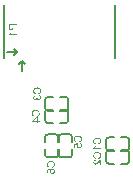
<source format=gbo>
G04*
G04 #@! TF.GenerationSoftware,Altium Limited,Altium Designer,22.2.1 (43)*
G04*
G04 Layer_Color=32896*
%FSLAX25Y25*%
%MOIN*%
G70*
G04*
G04 #@! TF.SameCoordinates,F257658A-247B-4475-9E09-9EFA5F1A57C6*
G04*
G04*
G04 #@! TF.FilePolarity,Positive*
G04*
G01*
G75*
%ADD10C,0.00787*%
%ADD26C,0.00500*%
G36*
X19135Y69268D02*
X18094D01*
Y68563D01*
X18092Y68515D01*
X18088Y68469D01*
X18084Y68424D01*
X18079Y68382D01*
X18073Y68341D01*
X18058Y68265D01*
X18042Y68199D01*
X18022Y68136D01*
X18001Y68082D01*
X17981Y68034D01*
X17961Y67991D01*
X17940Y67956D01*
X17920Y67927D01*
X17903Y67902D01*
X17888Y67884D01*
X17877Y67871D01*
X17870Y67864D01*
X17868Y67862D01*
X17825Y67825D01*
X17779Y67793D01*
X17733Y67766D01*
X17687Y67742D01*
X17640Y67721D01*
X17594Y67704D01*
X17550Y67690D01*
X17507Y67679D01*
X17468Y67669D01*
X17431Y67664D01*
X17400Y67658D01*
X17370Y67656D01*
X17348Y67655D01*
X17332Y67653D01*
X17320D01*
X17317D01*
X17246Y67656D01*
X17182Y67666D01*
X17150Y67671D01*
X17122Y67677D01*
X17095Y67684D01*
X17071Y67692D01*
X17048Y67699D01*
X17028Y67706D01*
X17010Y67712D01*
X16995Y67717D01*
X16984Y67723D01*
X16974Y67727D01*
X16969Y67729D01*
X16967Y67730D01*
X16912Y67762D01*
X16862Y67795D01*
X16819Y67830D01*
X16801Y67847D01*
X16784Y67862D01*
X16769Y67877D01*
X16756Y67891D01*
X16745Y67904D01*
X16738Y67915D01*
X16730Y67923D01*
X16725Y67930D01*
X16723Y67934D01*
X16721Y67936D01*
X16690Y67986D01*
X16666Y68039D01*
X16643Y68091D01*
X16627Y68141D01*
X16621Y68165D01*
X16615Y68186D01*
X16610Y68204D01*
X16606Y68221D01*
X16604Y68234D01*
X16603Y68243D01*
X16601Y68250D01*
Y68252D01*
X16597Y68278D01*
X16591Y68308D01*
X16586Y68370D01*
X16580Y68435D01*
X16578Y68498D01*
X16577Y68528D01*
Y68554D01*
X16575Y68580D01*
Y69606D01*
X19135D01*
Y69268D01*
D02*
G37*
G36*
X17491Y67053D02*
X17465Y66996D01*
X17439Y66940D01*
X17413Y66889D01*
X17400Y66866D01*
X17389Y66844D01*
X17378Y66826D01*
X17368Y66811D01*
X17363Y66798D01*
X17357Y66787D01*
X17354Y66781D01*
X17352Y66780D01*
X17311Y66713D01*
X17291Y66683D01*
X17272Y66654D01*
X17252Y66628D01*
X17235Y66604D01*
X17217Y66582D01*
X17202Y66559D01*
X17187Y66543D01*
X17174Y66526D01*
X17161Y66511D01*
X17152Y66500D01*
X17145Y66491D01*
X17139Y66485D01*
X17135Y66482D01*
X17133Y66480D01*
X19135D01*
Y66165D01*
X16566D01*
Y66369D01*
X16597Y66386D01*
X16628Y66404D01*
X16690Y66447D01*
X16747Y66493D01*
X16775Y66517D01*
X16801Y66539D01*
X16823Y66561D01*
X16845Y66582D01*
X16863Y66600D01*
X16880Y66617D01*
X16893Y66630D01*
X16902Y66639D01*
X16908Y66646D01*
X16910Y66648D01*
X16973Y66724D01*
X17030Y66804D01*
X17082Y66881D01*
X17104Y66918D01*
X17126Y66953D01*
X17145Y66985D01*
X17161Y67014D01*
X17176Y67042D01*
X17187Y67064D01*
X17196Y67083D01*
X17204Y67098D01*
X17208Y67105D01*
X17209Y67109D01*
X17513D01*
X17491Y67053D01*
D02*
G37*
G36*
X30640Y24081D02*
X30707Y24078D01*
X30771Y24070D01*
X30832Y24063D01*
X30894Y24052D01*
X30949Y24041D01*
X31003Y24028D01*
X31053Y24015D01*
X31097Y24004D01*
X31138Y23991D01*
X31173Y23980D01*
X31203Y23969D01*
X31227Y23961D01*
X31243Y23954D01*
X31254Y23950D01*
X31256Y23948D01*
X31258D01*
X31315Y23922D01*
X31371Y23893D01*
X31421Y23861D01*
X31469Y23830D01*
X31512Y23797D01*
X31552Y23763D01*
X31587Y23732D01*
X31621Y23700D01*
X31650Y23671D01*
X31674Y23643D01*
X31697Y23619D01*
X31713Y23597D01*
X31726Y23578D01*
X31737Y23565D01*
X31743Y23558D01*
X31745Y23554D01*
X31774Y23504D01*
X31800Y23451D01*
X31822Y23395D01*
X31843Y23340D01*
X31857Y23284D01*
X31872Y23227D01*
X31883Y23173D01*
X31893Y23119D01*
X31898Y23071D01*
X31904Y23025D01*
X31907Y22984D01*
X31911Y22949D01*
Y22921D01*
X31913Y22908D01*
Y22881D01*
X31911Y22807D01*
X31904Y22737D01*
X31893Y22670D01*
X31880Y22605D01*
X31863Y22546D01*
X31844Y22490D01*
X31824Y22439D01*
X31804Y22392D01*
X31783Y22350D01*
X31763Y22313D01*
X31745Y22279D01*
X31728Y22254D01*
X31715Y22231D01*
X31704Y22217D01*
X31697Y22207D01*
X31695Y22204D01*
X31650Y22154D01*
X31604Y22107D01*
X31554Y22065D01*
X31502Y22026D01*
X31449Y21991D01*
X31397Y21960D01*
X31345Y21932D01*
X31293Y21908D01*
X31245Y21885D01*
X31201Y21867D01*
X31162Y21852D01*
X31127Y21839D01*
X31099Y21830D01*
X31086Y21826D01*
X31077Y21824D01*
X31069Y21823D01*
X31064Y21821D01*
X31060Y21819D01*
X31058D01*
X30973Y22157D01*
X31032Y22172D01*
X31086Y22189D01*
X31138Y22207D01*
X31184Y22230D01*
X31228Y22250D01*
X31269Y22274D01*
X31304Y22296D01*
X31338Y22318D01*
X31365Y22339D01*
X31391Y22359D01*
X31412Y22378D01*
X31428Y22394D01*
X31443Y22407D01*
X31452Y22416D01*
X31458Y22424D01*
X31460Y22426D01*
X31488Y22465D01*
X31513Y22503D01*
X31536Y22544D01*
X31554Y22585D01*
X31569Y22625D01*
X31582Y22666D01*
X31593Y22705D01*
X31602Y22742D01*
X31610Y22775D01*
X31613Y22809D01*
X31617Y22836D01*
X31621Y22860D01*
Y22881D01*
X31622Y22896D01*
Y22908D01*
X31621Y22951D01*
X31617Y22994D01*
X31611Y23034D01*
X31604Y23075D01*
X31595Y23112D01*
X31584Y23149D01*
X31574Y23182D01*
X31561Y23214D01*
X31550Y23242D01*
X31541Y23267D01*
X31530Y23290D01*
X31521Y23308D01*
X31513Y23323D01*
X31508Y23334D01*
X31504Y23341D01*
X31502Y23343D01*
X31478Y23380D01*
X31452Y23414D01*
X31424Y23445D01*
X31395Y23475D01*
X31365Y23501D01*
X31334Y23525D01*
X31304Y23547D01*
X31277Y23567D01*
X31249Y23584D01*
X31223Y23599D01*
X31199Y23611D01*
X31179Y23621D01*
X31162Y23630D01*
X31151Y23636D01*
X31141Y23637D01*
X31140Y23639D01*
X31093Y23656D01*
X31045Y23671D01*
X30997Y23684D01*
X30947Y23693D01*
X30853Y23711D01*
X30807Y23717D01*
X30762Y23722D01*
X30723Y23726D01*
X30686Y23728D01*
X30653Y23730D01*
X30625Y23732D01*
X30601Y23734D01*
X30585D01*
X30574D01*
X30570D01*
X30522Y23732D01*
X30476Y23730D01*
X30387Y23721D01*
X30344Y23715D01*
X30303Y23708D01*
X30265Y23700D01*
X30229Y23693D01*
X30196Y23686D01*
X30167Y23680D01*
X30141Y23673D01*
X30119Y23667D01*
X30102Y23662D01*
X30089Y23658D01*
X30080Y23654D01*
X30078D01*
X30033Y23637D01*
X29993Y23619D01*
X29954Y23599D01*
X29919Y23576D01*
X29884Y23554D01*
X29852Y23532D01*
X29824Y23508D01*
X29798Y23486D01*
X29776Y23463D01*
X29756Y23443D01*
X29739Y23425D01*
X29724Y23408D01*
X29713Y23395D01*
X29704Y23386D01*
X29700Y23378D01*
X29699Y23377D01*
X29673Y23338D01*
X29652Y23297D01*
X29632Y23256D01*
X29615Y23216D01*
X29602Y23173D01*
X29591Y23132D01*
X29582Y23094D01*
X29574Y23055D01*
X29567Y23020D01*
X29564Y22986D01*
X29560Y22957D01*
X29558Y22931D01*
X29556Y22910D01*
Y22883D01*
X29558Y22835D01*
X29562Y22790D01*
X29567Y22748D01*
X29576Y22707D01*
X29586Y22670D01*
X29597Y22635D01*
X29608Y22603D01*
X29619Y22574D01*
X29632Y22548D01*
X29643Y22524D01*
X29654Y22503D01*
X29663Y22487D01*
X29673Y22474D01*
X29678Y22465D01*
X29682Y22459D01*
X29684Y22457D01*
X29710Y22426D01*
X29737Y22396D01*
X29769Y22370D01*
X29800Y22344D01*
X29835Y22320D01*
X29869Y22300D01*
X29902Y22279D01*
X29935Y22263D01*
X29967Y22248D01*
X29996Y22233D01*
X30022Y22222D01*
X30044Y22213D01*
X30065Y22206D01*
X30078Y22200D01*
X30087Y22198D01*
X30091Y22196D01*
X30013Y21863D01*
X29948Y21884D01*
X29887Y21910D01*
X29830Y21935D01*
X29776Y21965D01*
X29728Y21995D01*
X29682Y22024D01*
X29641Y22056D01*
X29604Y22085D01*
X29571Y22115D01*
X29543Y22141D01*
X29517Y22165D01*
X29499Y22187D01*
X29482Y22204D01*
X29471Y22219D01*
X29463Y22226D01*
X29462Y22230D01*
X29427Y22279D01*
X29397Y22331D01*
X29371Y22387D01*
X29349Y22441D01*
X29329Y22494D01*
X29314Y22548D01*
X29301Y22600D01*
X29290Y22649D01*
X29282Y22698D01*
X29277Y22740D01*
X29271Y22777D01*
X29269Y22810D01*
X29267Y22838D01*
X29266Y22849D01*
Y22875D01*
X29267Y22938D01*
X29273Y22999D01*
X29280Y23058D01*
X29290Y23116D01*
X29301Y23169D01*
X29316Y23221D01*
X29329Y23269D01*
X29343Y23314D01*
X29358Y23352D01*
X29371Y23390D01*
X29384Y23421D01*
X29397Y23447D01*
X29406Y23469D01*
X29414Y23484D01*
X29419Y23493D01*
X29421Y23497D01*
X29452Y23549D01*
X29486Y23597D01*
X29521Y23641D01*
X29558Y23684D01*
X29595Y23722D01*
X29632Y23758D01*
X29671Y23791D01*
X29706Y23819D01*
X29739Y23845D01*
X29772Y23869D01*
X29800Y23887D01*
X29824Y23904D01*
X29847Y23915D01*
X29861Y23924D01*
X29871Y23930D01*
X29874Y23932D01*
X29932Y23957D01*
X29989Y23981D01*
X30048Y24002D01*
X30107Y24018D01*
X30167Y24033D01*
X30226Y24046D01*
X30281Y24056D01*
X30333Y24065D01*
X30383Y24070D01*
X30429Y24076D01*
X30470Y24078D01*
X30505Y24081D01*
X30533D01*
X30544Y24083D01*
X30553D01*
X30561D01*
X30566D01*
X30570D01*
X30572D01*
X30640Y24081D01*
D02*
G37*
G36*
X30794Y21540D02*
X30849Y21538D01*
X30905Y21532D01*
X30957Y21527D01*
X31007Y21521D01*
X31055Y21514D01*
X31101Y21504D01*
X31145Y21495D01*
X31188Y21486D01*
X31227Y21475D01*
X31265Y21465D01*
X31301Y21454D01*
X31336Y21441D01*
X31367Y21430D01*
X31397Y21419D01*
X31424Y21408D01*
X31452Y21395D01*
X31476Y21384D01*
X31499Y21373D01*
X31519Y21364D01*
X31537Y21353D01*
X31569Y21334D01*
X31593Y21317D01*
X31611Y21306D01*
X31621Y21297D01*
X31624Y21295D01*
X31674Y21247D01*
X31719Y21197D01*
X31758Y21144D01*
X31791Y21090D01*
X31819Y21036D01*
X31843Y20985D01*
X31861Y20933D01*
X31876Y20883D01*
X31889Y20835D01*
X31898Y20792D01*
X31904Y20753D01*
X31909Y20720D01*
X31911Y20692D01*
Y20681D01*
X31913Y20672D01*
Y20655D01*
X31911Y20613D01*
X31907Y20570D01*
X31904Y20531D01*
X31896Y20492D01*
X31887Y20457D01*
X31878Y20422D01*
X31868Y20391D01*
X31857Y20363D01*
X31848Y20335D01*
X31839Y20313D01*
X31830Y20293D01*
X31820Y20274D01*
X31813Y20261D01*
X31809Y20250D01*
X31806Y20245D01*
X31804Y20243D01*
X31782Y20209D01*
X31759Y20178D01*
X31734Y20148D01*
X31708Y20122D01*
X31682Y20097D01*
X31656Y20073D01*
X31630Y20052D01*
X31604Y20032D01*
X31580Y20015D01*
X31560Y20000D01*
X31539Y19987D01*
X31521Y19976D01*
X31508Y19969D01*
X31497Y19963D01*
X31489Y19960D01*
X31488Y19958D01*
X31449Y19939D01*
X31408Y19923D01*
X31369Y19910D01*
X31330Y19897D01*
X31291Y19886D01*
X31254Y19878D01*
X31219Y19871D01*
X31186Y19865D01*
X31155Y19862D01*
X31127Y19858D01*
X31103Y19856D01*
X31080Y19854D01*
X31064Y19852D01*
X31051D01*
X31042D01*
X31040D01*
X30973Y19854D01*
X30908Y19862D01*
X30849Y19873D01*
X30792Y19887D01*
X30738Y19904D01*
X30690Y19923D01*
X30644Y19943D01*
X30603Y19963D01*
X30566Y19984D01*
X30535Y20004D01*
X30507Y20022D01*
X30485Y20039D01*
X30466Y20054D01*
X30453Y20065D01*
X30444Y20073D01*
X30442Y20074D01*
X30402Y20117D01*
X30365Y20161D01*
X30335Y20206D01*
X30307Y20250D01*
X30285Y20296D01*
X30266Y20341D01*
X30250Y20383D01*
X30239Y20424D01*
X30229Y20463D01*
X30222Y20498D01*
X30217Y20529D01*
X30213Y20557D01*
X30211Y20577D01*
X30209Y20594D01*
Y20642D01*
X30213Y20676D01*
X30222Y20740D01*
X30237Y20798D01*
X30244Y20825D01*
X30252Y20850D01*
X30259Y20874D01*
X30266Y20894D01*
X30274Y20910D01*
X30281Y20927D01*
X30287Y20938D01*
X30290Y20947D01*
X30292Y20953D01*
X30294Y20955D01*
X30311Y20985D01*
X30329Y21014D01*
X30370Y21066D01*
X30413Y21114D01*
X30433Y21134D01*
X30453Y21153D01*
X30474Y21171D01*
X30492Y21186D01*
X30509Y21199D01*
X30524Y21210D01*
X30535Y21219D01*
X30544Y21225D01*
X30549Y21229D01*
X30551Y21231D01*
X30481Y21229D01*
X30414Y21227D01*
X30353Y21221D01*
X30296Y21216D01*
X30244Y21210D01*
X30194Y21203D01*
X30150Y21194D01*
X30111Y21186D01*
X30076Y21179D01*
X30044Y21171D01*
X30018Y21164D01*
X29998Y21157D01*
X29981Y21151D01*
X29969Y21147D01*
X29961Y21144D01*
X29959D01*
X29922Y21127D01*
X29887Y21109D01*
X29854Y21090D01*
X29822Y21070D01*
X29795Y21051D01*
X29769Y21031D01*
X29745Y21012D01*
X29724Y20994D01*
X29706Y20975D01*
X29689Y20960D01*
X29676Y20946D01*
X29665Y20933D01*
X29656Y20923D01*
X29650Y20914D01*
X29647Y20910D01*
X29645Y20909D01*
X29630Y20887D01*
X29617Y20864D01*
X29595Y20820D01*
X29580Y20775D01*
X29571Y20735D01*
X29567Y20714D01*
X29564Y20698D01*
X29562Y20683D01*
Y20670D01*
X29560Y20659D01*
Y20644D01*
X29562Y20611D01*
X29565Y20577D01*
X29573Y20546D01*
X29580Y20516D01*
X29591Y20489D01*
X29602Y20465D01*
X29615Y20441D01*
X29626Y20418D01*
X29639Y20398D01*
X29652Y20381D01*
X29663Y20367D01*
X29675Y20354D01*
X29682Y20344D01*
X29689Y20337D01*
X29693Y20333D01*
X29695Y20332D01*
X29711Y20317D01*
X29730Y20304D01*
X29772Y20280D01*
X29817Y20259D01*
X29859Y20243D01*
X29900Y20228D01*
X29917Y20224D01*
X29933Y20219D01*
X29945Y20215D01*
X29956Y20213D01*
X29961Y20211D01*
X29963D01*
X29939Y19899D01*
X29885Y19908D01*
X29834Y19919D01*
X29785Y19934D01*
X29741Y19952D01*
X29699Y19969D01*
X29660Y19989D01*
X29625Y20010D01*
X29593Y20030D01*
X29565Y20050D01*
X29541Y20069D01*
X29519Y20085D01*
X29502Y20100D01*
X29489Y20113D01*
X29478Y20122D01*
X29473Y20130D01*
X29471Y20132D01*
X29441Y20169D01*
X29415Y20208D01*
X29391Y20248D01*
X29373Y20291D01*
X29356Y20332D01*
X29341Y20372D01*
X29330Y20413D01*
X29321Y20450D01*
X29316Y20487D01*
X29310Y20520D01*
X29306Y20550D01*
X29303Y20576D01*
Y20596D01*
X29301Y20613D01*
Y20626D01*
X29305Y20700D01*
X29314Y20770D01*
X29329Y20835D01*
X29347Y20898D01*
X29369Y20955D01*
X29393Y21007D01*
X29421Y21055D01*
X29447Y21099D01*
X29475Y21138D01*
X29502Y21173D01*
X29526Y21201D01*
X29549Y21225D01*
X29567Y21245D01*
X29582Y21258D01*
X29591Y21266D01*
X29595Y21269D01*
X29628Y21294D01*
X29663Y21317D01*
X29699Y21340D01*
X29737Y21360D01*
X29819Y21397D01*
X29906Y21429D01*
X29994Y21454D01*
X30083Y21477D01*
X30174Y21495D01*
X30261Y21508D01*
X30344Y21521D01*
X30420Y21528D01*
X30457Y21532D01*
X30490Y21534D01*
X30524Y21538D01*
X30551Y21540D01*
X30579D01*
X30603Y21541D01*
X30623D01*
X30640Y21543D01*
X30655D01*
X30664D01*
X30672D01*
X30674D01*
X30735D01*
X30794Y21540D01*
D02*
G37*
G36*
X39640Y32592D02*
X39707Y32588D01*
X39772Y32581D01*
X39832Y32573D01*
X39894Y32562D01*
X39949Y32551D01*
X40003Y32538D01*
X40053Y32525D01*
X40097Y32514D01*
X40138Y32501D01*
X40173Y32490D01*
X40203Y32479D01*
X40227Y32471D01*
X40243Y32464D01*
X40254Y32460D01*
X40256Y32458D01*
X40258D01*
X40315Y32432D01*
X40371Y32403D01*
X40421Y32372D01*
X40469Y32340D01*
X40512Y32307D01*
X40552Y32273D01*
X40587Y32242D01*
X40621Y32210D01*
X40650Y32181D01*
X40674Y32153D01*
X40696Y32129D01*
X40713Y32107D01*
X40726Y32088D01*
X40737Y32076D01*
X40743Y32068D01*
X40745Y32064D01*
X40774Y32014D01*
X40800Y31961D01*
X40822Y31905D01*
X40843Y31850D01*
X40857Y31794D01*
X40872Y31737D01*
X40883Y31683D01*
X40893Y31630D01*
X40898Y31582D01*
X40904Y31535D01*
X40907Y31495D01*
X40911Y31459D01*
Y31432D01*
X40913Y31419D01*
Y31391D01*
X40911Y31317D01*
X40904Y31247D01*
X40893Y31180D01*
X40880Y31115D01*
X40863Y31056D01*
X40845Y31001D01*
X40824Y30949D01*
X40804Y30903D01*
X40783Y30860D01*
X40763Y30823D01*
X40745Y30790D01*
X40728Y30764D01*
X40715Y30742D01*
X40704Y30727D01*
X40696Y30718D01*
X40695Y30714D01*
X40650Y30664D01*
X40604Y30618D01*
X40554Y30575D01*
X40502Y30536D01*
X40449Y30501D01*
X40397Y30470D01*
X40345Y30442D01*
X40293Y30418D01*
X40245Y30396D01*
X40201Y30377D01*
X40162Y30362D01*
X40127Y30349D01*
X40099Y30340D01*
X40086Y30336D01*
X40077Y30335D01*
X40069Y30333D01*
X40064Y30331D01*
X40060Y30329D01*
X40058D01*
X39973Y30668D01*
X40032Y30682D01*
X40086Y30699D01*
X40138Y30718D01*
X40184Y30740D01*
X40228Y30760D01*
X40269Y30784D01*
X40304Y30806D01*
X40338Y30829D01*
X40365Y30849D01*
X40391Y30869D01*
X40412Y30888D01*
X40428Y30904D01*
X40443Y30917D01*
X40452Y30927D01*
X40458Y30934D01*
X40460Y30936D01*
X40487Y30975D01*
X40513Y31014D01*
X40536Y31054D01*
X40554Y31095D01*
X40569Y31136D01*
X40582Y31176D01*
X40593Y31215D01*
X40602Y31252D01*
X40609Y31286D01*
X40613Y31319D01*
X40617Y31347D01*
X40621Y31371D01*
Y31391D01*
X40622Y31406D01*
Y31419D01*
X40621Y31461D01*
X40617Y31504D01*
X40611Y31545D01*
X40604Y31585D01*
X40595Y31622D01*
X40584Y31659D01*
X40574Y31692D01*
X40561Y31724D01*
X40550Y31752D01*
X40541Y31778D01*
X40530Y31800D01*
X40521Y31818D01*
X40513Y31833D01*
X40508Y31844D01*
X40504Y31852D01*
X40502Y31854D01*
X40478Y31890D01*
X40452Y31924D01*
X40424Y31955D01*
X40395Y31985D01*
X40365Y32011D01*
X40334Y32035D01*
X40304Y32057D01*
X40277Y32077D01*
X40249Y32094D01*
X40223Y32109D01*
X40199Y32122D01*
X40178Y32131D01*
X40162Y32140D01*
X40151Y32146D01*
X40141Y32148D01*
X40140Y32149D01*
X40093Y32166D01*
X40045Y32181D01*
X39997Y32194D01*
X39947Y32203D01*
X39853Y32222D01*
X39807Y32227D01*
X39762Y32233D01*
X39723Y32236D01*
X39686Y32238D01*
X39653Y32240D01*
X39625Y32242D01*
X39601Y32244D01*
X39585D01*
X39573D01*
X39570D01*
X39522Y32242D01*
X39476Y32240D01*
X39387Y32231D01*
X39344Y32225D01*
X39303Y32218D01*
X39265Y32210D01*
X39229Y32203D01*
X39196Y32196D01*
X39167Y32190D01*
X39141Y32183D01*
X39118Y32177D01*
X39102Y32172D01*
X39089Y32168D01*
X39080Y32164D01*
X39078D01*
X39033Y32148D01*
X38993Y32129D01*
X38954Y32109D01*
X38919Y32087D01*
X38884Y32064D01*
X38852Y32042D01*
X38824Y32018D01*
X38798Y31996D01*
X38776Y31974D01*
X38756Y31953D01*
X38739Y31935D01*
X38724Y31918D01*
X38713Y31905D01*
X38704Y31896D01*
X38700Y31889D01*
X38699Y31887D01*
X38673Y31848D01*
X38652Y31807D01*
X38632Y31767D01*
X38615Y31726D01*
X38602Y31683D01*
X38591Y31643D01*
X38582Y31604D01*
X38574Y31565D01*
X38567Y31530D01*
X38563Y31496D01*
X38560Y31467D01*
X38558Y31441D01*
X38556Y31421D01*
Y31393D01*
X38558Y31345D01*
X38562Y31300D01*
X38567Y31258D01*
X38576Y31217D01*
X38586Y31180D01*
X38597Y31145D01*
X38608Y31113D01*
X38619Y31084D01*
X38632Y31058D01*
X38643Y31034D01*
X38654Y31014D01*
X38663Y30997D01*
X38673Y30984D01*
X38678Y30975D01*
X38682Y30969D01*
X38684Y30967D01*
X38710Y30936D01*
X38737Y30906D01*
X38769Y30880D01*
X38800Y30854D01*
X38835Y30830D01*
X38869Y30810D01*
X38902Y30790D01*
X38935Y30773D01*
X38967Y30758D01*
X38996Y30744D01*
X39022Y30732D01*
X39044Y30723D01*
X39065Y30716D01*
X39078Y30710D01*
X39087Y30708D01*
X39091Y30707D01*
X39013Y30373D01*
X38948Y30394D01*
X38887Y30420D01*
X38830Y30446D01*
X38776Y30475D01*
X38728Y30505D01*
X38682Y30534D01*
X38641Y30566D01*
X38604Y30595D01*
X38571Y30625D01*
X38543Y30651D01*
X38517Y30675D01*
X38499Y30697D01*
X38482Y30714D01*
X38471Y30729D01*
X38464Y30736D01*
X38462Y30740D01*
X38427Y30790D01*
X38397Y30841D01*
X38371Y30897D01*
X38349Y30951D01*
X38328Y31004D01*
X38314Y31058D01*
X38301Y31110D01*
X38290Y31160D01*
X38282Y31208D01*
X38277Y31250D01*
X38271Y31287D01*
X38269Y31321D01*
X38267Y31348D01*
X38266Y31359D01*
Y31385D01*
X38267Y31448D01*
X38273Y31509D01*
X38280Y31569D01*
X38290Y31626D01*
X38301Y31680D01*
X38315Y31731D01*
X38328Y31780D01*
X38343Y31824D01*
X38358Y31863D01*
X38371Y31900D01*
X38384Y31931D01*
X38397Y31957D01*
X38406Y31979D01*
X38414Y31994D01*
X38419Y32003D01*
X38421Y32007D01*
X38452Y32059D01*
X38486Y32107D01*
X38521Y32151D01*
X38558Y32194D01*
X38595Y32233D01*
X38632Y32268D01*
X38671Y32301D01*
X38706Y32329D01*
X38739Y32355D01*
X38772Y32379D01*
X38800Y32397D01*
X38824Y32414D01*
X38846Y32425D01*
X38861Y32434D01*
X38870Y32440D01*
X38874Y32442D01*
X38932Y32468D01*
X38989Y32492D01*
X39048Y32512D01*
X39107Y32529D01*
X39167Y32544D01*
X39226Y32557D01*
X39281Y32566D01*
X39333Y32575D01*
X39383Y32581D01*
X39429Y32586D01*
X39470Y32588D01*
X39505Y32592D01*
X39533D01*
X39544Y32594D01*
X39553D01*
X39561D01*
X39566D01*
X39570D01*
X39572D01*
X39640Y32592D01*
D02*
G37*
G36*
X40258Y30033D02*
X40314Y30020D01*
X40367Y30005D01*
X40417Y29989D01*
X40463Y29968D01*
X40506Y29946D01*
X40545Y29926D01*
X40580Y29904D01*
X40611Y29881D01*
X40639Y29861D01*
X40663Y29841D01*
X40683Y29824D01*
X40698Y29809D01*
X40709Y29798D01*
X40717Y29791D01*
X40719Y29789D01*
X40752Y29746D01*
X40783Y29702D01*
X40809Y29654D01*
X40832Y29608D01*
X40850Y29559D01*
X40865Y29511D01*
X40878Y29465D01*
X40889Y29421D01*
X40896Y29380D01*
X40902Y29341D01*
X40907Y29306D01*
X40909Y29276D01*
X40911Y29252D01*
X40913Y29234D01*
Y29219D01*
X40909Y29141D01*
X40900Y29067D01*
X40883Y28999D01*
X40865Y28934D01*
X40841Y28873D01*
X40815Y28818D01*
X40787Y28768D01*
X40758Y28721D01*
X40728Y28681D01*
X40700Y28646D01*
X40674Y28616D01*
X40650Y28590D01*
X40630Y28572D01*
X40615Y28557D01*
X40606Y28549D01*
X40602Y28546D01*
X40554Y28510D01*
X40504Y28479D01*
X40454Y28451D01*
X40402Y28427D01*
X40352Y28409D01*
X40302Y28392D01*
X40254Y28379D01*
X40208Y28368D01*
X40165Y28359D01*
X40127Y28353D01*
X40091Y28348D01*
X40060Y28346D01*
X40036Y28344D01*
X40018Y28342D01*
X40012D01*
X40006D01*
X40005D01*
X40003D01*
X39936Y28344D01*
X39873Y28351D01*
X39812Y28364D01*
X39755Y28377D01*
X39703Y28396D01*
X39653Y28416D01*
X39609Y28436D01*
X39568Y28457D01*
X39531Y28479D01*
X39498Y28499D01*
X39470Y28520D01*
X39448Y28536D01*
X39429Y28551D01*
X39416Y28564D01*
X39407Y28572D01*
X39405Y28573D01*
X39364Y28618D01*
X39327Y28664D01*
X39298Y28712D01*
X39270Y28760D01*
X39248Y28808D01*
X39229Y28855D01*
X39213Y28901D01*
X39202Y28943D01*
X39192Y28984D01*
X39185Y29023D01*
X39180Y29056D01*
X39176Y29086D01*
X39174Y29108D01*
X39172Y29127D01*
Y29141D01*
X39174Y29188D01*
X39180Y29236D01*
X39187Y29280D01*
X39198Y29324D01*
X39209Y29365D01*
X39222Y29406D01*
X39237Y29443D01*
X39252Y29478D01*
X39268Y29509D01*
X39281Y29539D01*
X39296Y29563D01*
X39307Y29583D01*
X39318Y29602D01*
X39326Y29613D01*
X39331Y29622D01*
X39333Y29624D01*
X38643Y29487D01*
Y28462D01*
X38343D01*
Y29737D01*
X39659Y29985D01*
X39698Y29689D01*
X39659Y29661D01*
X39623Y29630D01*
X39594Y29598D01*
X39568Y29569D01*
X39548Y29541D01*
X39533Y29519D01*
X39527Y29509D01*
X39524Y29504D01*
X39520Y29500D01*
Y29498D01*
X39496Y29452D01*
X39479Y29404D01*
X39466Y29358D01*
X39459Y29315D01*
X39455Y29295D01*
X39453Y29278D01*
X39451Y29262D01*
Y29249D01*
X39450Y29238D01*
Y29223D01*
X39451Y29178D01*
X39457Y29136D01*
X39464Y29095D01*
X39474Y29056D01*
X39485Y29021D01*
X39500Y28990D01*
X39513Y28960D01*
X39527Y28932D01*
X39542Y28908D01*
X39555Y28888D01*
X39568Y28869D01*
X39581Y28855D01*
X39590Y28842D01*
X39598Y28834D01*
X39603Y28829D01*
X39605Y28827D01*
X39635Y28801D01*
X39668Y28777D01*
X39701Y28757D01*
X39736Y28740D01*
X39773Y28725D01*
X39808Y28712D01*
X39842Y28703D01*
X39875Y28694D01*
X39908Y28688D01*
X39936Y28683D01*
X39964Y28679D01*
X39986Y28677D01*
X40005D01*
X40019Y28675D01*
X40027D01*
X40031D01*
X40082Y28677D01*
X40130Y28683D01*
X40177Y28690D01*
X40221Y28699D01*
X40262Y28712D01*
X40299Y28725D01*
X40332Y28740D01*
X40363Y28753D01*
X40391Y28768D01*
X40415Y28782D01*
X40436Y28795D01*
X40452Y28808D01*
X40465Y28818D01*
X40476Y28825D01*
X40482Y28831D01*
X40484Y28832D01*
X40513Y28862D01*
X40539Y28894D01*
X40563Y28927D01*
X40582Y28958D01*
X40598Y28991D01*
X40613Y29023D01*
X40624Y29054D01*
X40632Y29084D01*
X40639Y29112D01*
X40645Y29138D01*
X40648Y29162D01*
X40652Y29180D01*
Y29197D01*
X40654Y29208D01*
Y29219D01*
X40652Y29254D01*
X40648Y29287D01*
X40643Y29319D01*
X40635Y29349D01*
X40626Y29378D01*
X40615Y29404D01*
X40606Y29430D01*
X40593Y29452D01*
X40582Y29473D01*
X40573Y29489D01*
X40561Y29506D01*
X40552Y29519D01*
X40545Y29530D01*
X40539Y29537D01*
X40536Y29541D01*
X40534Y29543D01*
X40510Y29567D01*
X40484Y29589D01*
X40456Y29608D01*
X40426Y29626D01*
X40397Y29641D01*
X40365Y29654D01*
X40308Y29676D01*
X40280Y29685D01*
X40254Y29693D01*
X40230Y29698D01*
X40210Y29704D01*
X40193Y29708D01*
X40182Y29709D01*
X40173Y29711D01*
X40171D01*
X40199Y30040D01*
X40258Y30033D01*
D02*
G37*
G36*
X25551Y41109D02*
X25618Y41105D01*
X25682Y41098D01*
X25743Y41091D01*
X25804Y41079D01*
X25860Y41068D01*
X25914Y41055D01*
X25963Y41042D01*
X26008Y41031D01*
X26048Y41018D01*
X26084Y41007D01*
X26113Y40996D01*
X26137Y40989D01*
X26154Y40981D01*
X26165Y40978D01*
X26167Y40976D01*
X26169D01*
X26226Y40950D01*
X26282Y40920D01*
X26332Y40889D01*
X26380Y40857D01*
X26422Y40824D01*
X26463Y40791D01*
X26498Y40759D01*
X26531Y40728D01*
X26561Y40698D01*
X26585Y40670D01*
X26607Y40646D01*
X26624Y40624D01*
X26637Y40606D01*
X26648Y40593D01*
X26654Y40585D01*
X26655Y40582D01*
X26685Y40532D01*
X26711Y40478D01*
X26733Y40423D01*
X26753Y40367D01*
X26768Y40312D01*
X26783Y40254D01*
X26794Y40201D01*
X26803Y40147D01*
X26809Y40099D01*
X26814Y40053D01*
X26818Y40012D01*
X26822Y39977D01*
Y39949D01*
X26824Y39936D01*
Y39908D01*
X26822Y39834D01*
X26814Y39764D01*
X26803Y39697D01*
X26790Y39633D01*
X26774Y39573D01*
X26755Y39518D01*
X26735Y39466D01*
X26715Y39420D01*
X26694Y39377D01*
X26674Y39340D01*
X26655Y39307D01*
X26639Y39281D01*
X26626Y39259D01*
X26615Y39244D01*
X26607Y39235D01*
X26605Y39231D01*
X26561Y39181D01*
X26515Y39135D01*
X26465Y39092D01*
X26413Y39054D01*
X26359Y39018D01*
X26307Y38987D01*
X26256Y38959D01*
X26204Y38935D01*
X26156Y38913D01*
X26111Y38895D01*
X26073Y38880D01*
X26037Y38867D01*
X26010Y38857D01*
X25997Y38854D01*
X25987Y38852D01*
X25980Y38850D01*
X25975Y38848D01*
X25971Y38846D01*
X25969D01*
X25884Y39185D01*
X25943Y39200D01*
X25997Y39216D01*
X26048Y39235D01*
X26095Y39257D01*
X26139Y39277D01*
X26180Y39301D01*
X26215Y39324D01*
X26248Y39346D01*
X26276Y39366D01*
X26302Y39387D01*
X26322Y39405D01*
X26339Y39422D01*
X26354Y39435D01*
X26363Y39444D01*
X26369Y39451D01*
X26370Y39453D01*
X26398Y39492D01*
X26424Y39531D01*
X26446Y39572D01*
X26465Y39612D01*
X26480Y39653D01*
X26493Y39694D01*
X26504Y39733D01*
X26513Y39770D01*
X26520Y39803D01*
X26524Y39836D01*
X26528Y39864D01*
X26531Y39888D01*
Y39908D01*
X26533Y39923D01*
Y39936D01*
X26531Y39979D01*
X26528Y40021D01*
X26522Y40062D01*
X26515Y40103D01*
X26506Y40140D01*
X26494Y40177D01*
X26485Y40210D01*
X26472Y40241D01*
X26461Y40269D01*
X26452Y40295D01*
X26441Y40317D01*
X26432Y40336D01*
X26424Y40350D01*
X26419Y40362D01*
X26415Y40369D01*
X26413Y40371D01*
X26389Y40408D01*
X26363Y40441D01*
X26335Y40473D01*
X26306Y40502D01*
X26276Y40528D01*
X26245Y40552D01*
X26215Y40574D01*
X26187Y40595D01*
X26160Y40611D01*
X26134Y40626D01*
X26110Y40639D01*
X26089Y40648D01*
X26073Y40658D01*
X26061Y40663D01*
X26052Y40665D01*
X26050Y40667D01*
X26004Y40683D01*
X25956Y40698D01*
X25908Y40711D01*
X25858Y40720D01*
X25764Y40739D01*
X25717Y40745D01*
X25673Y40750D01*
X25634Y40754D01*
X25597Y40756D01*
X25564Y40758D01*
X25536Y40759D01*
X25512Y40761D01*
X25495D01*
X25484D01*
X25481D01*
X25433Y40759D01*
X25386Y40758D01*
X25297Y40748D01*
X25255Y40743D01*
X25214Y40735D01*
X25175Y40728D01*
X25140Y40720D01*
X25107Y40713D01*
X25077Y40707D01*
X25051Y40700D01*
X25029Y40695D01*
X25012Y40689D01*
X25000Y40685D01*
X24990Y40682D01*
X24988D01*
X24944Y40665D01*
X24903Y40646D01*
X24864Y40626D01*
X24829Y40604D01*
X24794Y40582D01*
X24763Y40560D01*
X24735Y40536D01*
X24709Y40513D01*
X24687Y40491D01*
X24667Y40471D01*
X24650Y40452D01*
X24635Y40436D01*
X24624Y40423D01*
X24615Y40413D01*
X24611Y40406D01*
X24609Y40404D01*
X24583Y40365D01*
X24563Y40325D01*
X24543Y40284D01*
X24526Y40243D01*
X24513Y40201D01*
X24502Y40160D01*
X24493Y40121D01*
X24485Y40082D01*
X24478Y40047D01*
X24474Y40014D01*
X24471Y39984D01*
X24469Y39958D01*
X24467Y39938D01*
Y39910D01*
X24469Y39862D01*
X24472Y39818D01*
X24478Y39775D01*
X24487Y39734D01*
X24496Y39697D01*
X24508Y39662D01*
X24519Y39631D01*
X24530Y39601D01*
X24543Y39575D01*
X24554Y39551D01*
X24565Y39531D01*
X24574Y39514D01*
X24583Y39501D01*
X24589Y39492D01*
X24593Y39487D01*
X24594Y39485D01*
X24620Y39453D01*
X24648Y39424D01*
X24679Y39398D01*
X24711Y39372D01*
X24746Y39348D01*
X24779Y39327D01*
X24813Y39307D01*
X24846Y39290D01*
X24878Y39276D01*
X24907Y39261D01*
X24933Y39250D01*
X24955Y39241D01*
X24975Y39233D01*
X24988Y39228D01*
X24998Y39226D01*
X25001Y39224D01*
X24924Y38891D01*
X24859Y38911D01*
X24798Y38937D01*
X24741Y38963D01*
X24687Y38993D01*
X24639Y39022D01*
X24593Y39052D01*
X24552Y39083D01*
X24515Y39113D01*
X24482Y39143D01*
X24454Y39168D01*
X24428Y39192D01*
X24409Y39215D01*
X24393Y39231D01*
X24382Y39246D01*
X24374Y39253D01*
X24372Y39257D01*
X24337Y39307D01*
X24308Y39359D01*
X24282Y39414D01*
X24260Y39468D01*
X24239Y39522D01*
X24224Y39575D01*
X24212Y39627D01*
X24200Y39677D01*
X24193Y39725D01*
X24187Y39768D01*
X24182Y39805D01*
X24180Y39838D01*
X24178Y39866D01*
X24176Y39877D01*
Y39903D01*
X24178Y39966D01*
X24184Y40027D01*
X24191Y40086D01*
X24200Y40143D01*
X24212Y40197D01*
X24226Y40249D01*
X24239Y40297D01*
X24254Y40341D01*
X24269Y40380D01*
X24282Y40417D01*
X24295Y40449D01*
X24308Y40475D01*
X24317Y40497D01*
X24324Y40512D01*
X24330Y40521D01*
X24332Y40524D01*
X24363Y40576D01*
X24396Y40624D01*
X24432Y40669D01*
X24469Y40711D01*
X24506Y40750D01*
X24543Y40785D01*
X24581Y40819D01*
X24617Y40846D01*
X24650Y40872D01*
X24683Y40896D01*
X24711Y40915D01*
X24735Y40931D01*
X24757Y40942D01*
X24772Y40952D01*
X24781Y40957D01*
X24785Y40959D01*
X24842Y40985D01*
X24900Y41009D01*
X24959Y41030D01*
X25018Y41046D01*
X25077Y41061D01*
X25137Y41074D01*
X25192Y41083D01*
X25244Y41092D01*
X25294Y41098D01*
X25340Y41103D01*
X25381Y41105D01*
X25416Y41109D01*
X25444D01*
X25455Y41111D01*
X25464D01*
X25471D01*
X25477D01*
X25481D01*
X25482D01*
X25551Y41109D01*
D02*
G37*
G36*
X26169Y37550D02*
X26781D01*
Y37235D01*
X26169D01*
Y36889D01*
X25880D01*
Y37235D01*
X24221D01*
Y37492D01*
X25880Y38660D01*
X26169D01*
Y37550D01*
D02*
G37*
G36*
X26049Y48614D02*
X26116Y48610D01*
X26180Y48603D01*
X26241Y48595D01*
X26302Y48584D01*
X26358Y48573D01*
X26412Y48560D01*
X26462Y48547D01*
X26506Y48536D01*
X26547Y48523D01*
X26582Y48512D01*
X26611Y48501D01*
X26636Y48493D01*
X26652Y48486D01*
X26663Y48482D01*
X26665Y48480D01*
X26667D01*
X26724Y48454D01*
X26780Y48425D01*
X26830Y48393D01*
X26878Y48362D01*
X26920Y48329D01*
X26961Y48295D01*
X26996Y48264D01*
X27029Y48232D01*
X27059Y48203D01*
X27083Y48175D01*
X27105Y48151D01*
X27122Y48129D01*
X27135Y48110D01*
X27146Y48098D01*
X27152Y48090D01*
X27154Y48086D01*
X27183Y48036D01*
X27209Y47983D01*
X27231Y47927D01*
X27251Y47872D01*
X27266Y47816D01*
X27281Y47759D01*
X27292Y47705D01*
X27301Y47652D01*
X27307Y47603D01*
X27313Y47557D01*
X27316Y47517D01*
X27320Y47481D01*
Y47454D01*
X27322Y47441D01*
Y47413D01*
X27320Y47339D01*
X27313Y47269D01*
X27301Y47202D01*
X27288Y47137D01*
X27272Y47078D01*
X27253Y47023D01*
X27233Y46971D01*
X27213Y46925D01*
X27192Y46882D01*
X27172Y46845D01*
X27154Y46812D01*
X27137Y46786D01*
X27124Y46764D01*
X27113Y46749D01*
X27105Y46740D01*
X27103Y46736D01*
X27059Y46686D01*
X27013Y46640D01*
X26963Y46597D01*
X26911Y46558D01*
X26858Y46523D01*
X26806Y46492D01*
X26754Y46464D01*
X26702Y46440D01*
X26654Y46418D01*
X26610Y46399D01*
X26571Y46384D01*
X26536Y46371D01*
X26508Y46362D01*
X26495Y46358D01*
X26486Y46357D01*
X26478Y46355D01*
X26473Y46353D01*
X26469Y46351D01*
X26467D01*
X26382Y46690D01*
X26441Y46704D01*
X26495Y46721D01*
X26547Y46740D01*
X26593Y46762D01*
X26637Y46782D01*
X26678Y46806D01*
X26713Y46828D01*
X26746Y46851D01*
X26774Y46871D01*
X26800Y46891D01*
X26820Y46910D01*
X26837Y46926D01*
X26852Y46939D01*
X26861Y46949D01*
X26867Y46956D01*
X26869Y46958D01*
X26896Y46997D01*
X26922Y47036D01*
X26944Y47076D01*
X26963Y47117D01*
X26978Y47158D01*
X26991Y47198D01*
X27002Y47237D01*
X27011Y47274D01*
X27018Y47308D01*
X27022Y47341D01*
X27026Y47369D01*
X27029Y47393D01*
Y47413D01*
X27031Y47428D01*
Y47441D01*
X27029Y47483D01*
X27026Y47526D01*
X27020Y47567D01*
X27013Y47607D01*
X27004Y47644D01*
X26992Y47681D01*
X26983Y47714D01*
X26970Y47746D01*
X26959Y47774D01*
X26950Y47800D01*
X26939Y47822D01*
X26930Y47840D01*
X26922Y47855D01*
X26917Y47866D01*
X26913Y47874D01*
X26911Y47875D01*
X26887Y47912D01*
X26861Y47946D01*
X26833Y47977D01*
X26804Y48007D01*
X26774Y48033D01*
X26743Y48057D01*
X26713Y48079D01*
X26685Y48099D01*
X26658Y48116D01*
X26632Y48131D01*
X26608Y48144D01*
X26587Y48153D01*
X26571Y48162D01*
X26560Y48168D01*
X26550Y48170D01*
X26548Y48171D01*
X26502Y48188D01*
X26454Y48203D01*
X26406Y48216D01*
X26356Y48225D01*
X26262Y48244D01*
X26215Y48249D01*
X26171Y48255D01*
X26132Y48258D01*
X26095Y48260D01*
X26062Y48262D01*
X26034Y48264D01*
X26010Y48266D01*
X25993D01*
X25982D01*
X25979D01*
X25931Y48264D01*
X25884Y48262D01*
X25796Y48253D01*
X25753Y48247D01*
X25712Y48240D01*
X25673Y48232D01*
X25638Y48225D01*
X25605Y48218D01*
X25575Y48212D01*
X25550Y48205D01*
X25527Y48199D01*
X25511Y48194D01*
X25498Y48190D01*
X25488Y48186D01*
X25487D01*
X25442Y48170D01*
X25401Y48151D01*
X25363Y48131D01*
X25328Y48109D01*
X25292Y48086D01*
X25261Y48064D01*
X25233Y48040D01*
X25207Y48018D01*
X25185Y47996D01*
X25165Y47975D01*
X25148Y47957D01*
X25133Y47940D01*
X25122Y47927D01*
X25113Y47918D01*
X25109Y47911D01*
X25107Y47909D01*
X25082Y47870D01*
X25061Y47829D01*
X25041Y47789D01*
X25024Y47748D01*
X25011Y47705D01*
X25000Y47665D01*
X24991Y47626D01*
X24983Y47587D01*
X24976Y47552D01*
X24972Y47518D01*
X24969Y47489D01*
X24967Y47463D01*
X24965Y47443D01*
Y47415D01*
X24967Y47367D01*
X24971Y47322D01*
X24976Y47280D01*
X24985Y47239D01*
X24994Y47202D01*
X25006Y47167D01*
X25017Y47135D01*
X25028Y47106D01*
X25041Y47080D01*
X25052Y47056D01*
X25063Y47036D01*
X25072Y47019D01*
X25082Y47006D01*
X25087Y46997D01*
X25091Y46991D01*
X25093Y46989D01*
X25118Y46958D01*
X25146Y46928D01*
X25178Y46902D01*
X25209Y46876D01*
X25244Y46852D01*
X25278Y46832D01*
X25311Y46812D01*
X25344Y46795D01*
X25376Y46780D01*
X25405Y46766D01*
X25431Y46754D01*
X25453Y46745D01*
X25474Y46738D01*
X25487Y46732D01*
X25496Y46730D01*
X25500Y46729D01*
X25422Y46395D01*
X25357Y46416D01*
X25296Y46442D01*
X25239Y46468D01*
X25185Y46497D01*
X25137Y46527D01*
X25091Y46556D01*
X25050Y46588D01*
X25013Y46617D01*
X24980Y46647D01*
X24952Y46673D01*
X24926Y46697D01*
X24908Y46719D01*
X24891Y46736D01*
X24880Y46751D01*
X24872Y46758D01*
X24871Y46762D01*
X24835Y46812D01*
X24806Y46863D01*
X24780Y46919D01*
X24758Y46973D01*
X24737Y47026D01*
X24723Y47080D01*
X24710Y47132D01*
X24699Y47182D01*
X24691Y47230D01*
X24686Y47272D01*
X24680Y47309D01*
X24678Y47343D01*
X24676Y47370D01*
X24675Y47381D01*
Y47407D01*
X24676Y47470D01*
X24682Y47531D01*
X24689Y47591D01*
X24699Y47648D01*
X24710Y47702D01*
X24724Y47753D01*
X24737Y47802D01*
X24752Y47846D01*
X24767Y47885D01*
X24780Y47922D01*
X24793Y47953D01*
X24806Y47979D01*
X24815Y48001D01*
X24823Y48016D01*
X24828Y48025D01*
X24830Y48029D01*
X24861Y48081D01*
X24895Y48129D01*
X24930Y48173D01*
X24967Y48216D01*
X25004Y48255D01*
X25041Y48290D01*
X25080Y48323D01*
X25115Y48351D01*
X25148Y48377D01*
X25181Y48401D01*
X25209Y48419D01*
X25233Y48436D01*
X25255Y48447D01*
X25270Y48456D01*
X25279Y48462D01*
X25283Y48464D01*
X25341Y48490D01*
X25398Y48514D01*
X25457Y48534D01*
X25516Y48551D01*
X25575Y48566D01*
X25635Y48579D01*
X25690Y48588D01*
X25742Y48597D01*
X25792Y48603D01*
X25838Y48608D01*
X25879Y48610D01*
X25914Y48614D01*
X25942D01*
X25953Y48616D01*
X25962D01*
X25969D01*
X25975D01*
X25979D01*
X25981D01*
X26049Y48614D01*
D02*
G37*
G36*
X26663Y46053D02*
X26719Y46042D01*
X26770Y46025D01*
X26820Y46009D01*
X26867Y45989D01*
X26909Y45968D01*
X26950Y45946D01*
X26985Y45924D01*
X27017Y45902D01*
X27044Y45881D01*
X27068Y45861D01*
X27089Y45844D01*
X27105Y45829D01*
X27117Y45818D01*
X27124Y45811D01*
X27126Y45809D01*
X27161Y45766D01*
X27192Y45720D01*
X27218Y45674D01*
X27240Y45628D01*
X27261Y45580D01*
X27277Y45533D01*
X27290Y45487D01*
X27300Y45445D01*
X27309Y45404D01*
X27314Y45367D01*
X27320Y45334D01*
X27322Y45304D01*
X27324Y45282D01*
X27325Y45263D01*
Y45248D01*
X27324Y45180D01*
X27316Y45115D01*
X27303Y45052D01*
X27288Y44995D01*
X27272Y44940D01*
X27251Y44890D01*
X27231Y44842D01*
X27209Y44799D01*
X27187Y44762D01*
X27166Y44727D01*
X27146Y44699D01*
X27129Y44675D01*
X27115Y44655D01*
X27102Y44642D01*
X27094Y44634D01*
X27092Y44631D01*
X27048Y44588D01*
X27002Y44549D01*
X26954Y44516D01*
X26906Y44488D01*
X26858Y44464D01*
X26809Y44444D01*
X26765Y44429D01*
X26721Y44416D01*
X26680Y44405D01*
X26643Y44398D01*
X26610Y44392D01*
X26580Y44388D01*
X26558Y44386D01*
X26539Y44385D01*
X26528D01*
X26524D01*
X26478Y44386D01*
X26436Y44390D01*
X26395Y44396D01*
X26356Y44405D01*
X26319Y44414D01*
X26286Y44423D01*
X26254Y44436D01*
X26225Y44447D01*
X26199Y44458D01*
X26177Y44470D01*
X26158Y44481D01*
X26142Y44490D01*
X26129Y44499D01*
X26119Y44505D01*
X26114Y44508D01*
X26112Y44510D01*
X26082Y44534D01*
X26055Y44562D01*
X26030Y44590D01*
X26008Y44618D01*
X25988Y44647D01*
X25971Y44677D01*
X25955Y44706D01*
X25942Y44734D01*
X25929Y44760D01*
X25919Y44784D01*
X25910Y44806D01*
X25905Y44827D01*
X25899Y44842D01*
X25896Y44854D01*
X25894Y44862D01*
Y44864D01*
X25879Y44832D01*
X25862Y44803D01*
X25844Y44775D01*
X25827Y44749D01*
X25809Y44725D01*
X25790Y44705D01*
X25773Y44684D01*
X25757Y44668D01*
X25740Y44651D01*
X25725Y44638D01*
X25712Y44627D01*
X25701Y44618D01*
X25692Y44610D01*
X25685Y44605D01*
X25681Y44603D01*
X25679Y44601D01*
X25653Y44584D01*
X25627Y44571D01*
X25600Y44558D01*
X25574Y44549D01*
X25524Y44532D01*
X25475Y44521D01*
X25455Y44518D01*
X25435Y44516D01*
X25418Y44512D01*
X25403D01*
X25392Y44510D01*
X25383D01*
X25378D01*
X25376D01*
X25342Y44512D01*
X25311Y44514D01*
X25250Y44525D01*
X25194Y44540D01*
X25170Y44549D01*
X25146Y44557D01*
X25124Y44566D01*
X25106Y44575D01*
X25087Y44583D01*
X25074Y44590D01*
X25061Y44595D01*
X25054Y44601D01*
X25048Y44603D01*
X25046Y44605D01*
X25019Y44623D01*
X24991Y44644D01*
X24943Y44686D01*
X24900Y44730D01*
X24865Y44775D01*
X24850Y44795D01*
X24837Y44814D01*
X24826Y44830D01*
X24817Y44845D01*
X24810Y44858D01*
X24804Y44867D01*
X24802Y44873D01*
X24800Y44875D01*
X24784Y44908D01*
X24771Y44941D01*
X24758Y44975D01*
X24748Y45010D01*
X24732Y45075D01*
X24726Y45104D01*
X24721Y45134D01*
X24717Y45160D01*
X24715Y45184D01*
X24712Y45206D01*
Y45224D01*
X24710Y45239D01*
Y45260D01*
X24712Y45315D01*
X24717Y45369D01*
X24726Y45421D01*
X24737Y45469D01*
X24750Y45513D01*
X24765Y45554D01*
X24780Y45593D01*
X24797Y45628D01*
X24813Y45659D01*
X24828Y45687D01*
X24843Y45711D01*
X24856Y45731D01*
X24867Y45748D01*
X24876Y45759D01*
X24882Y45766D01*
X24883Y45768D01*
X24917Y45805D01*
X24954Y45839D01*
X24993Y45868D01*
X25033Y45894D01*
X25074Y45918D01*
X25115Y45940D01*
X25155Y45959D01*
X25194Y45976D01*
X25231Y45989D01*
X25265Y46000D01*
X25294Y46009D01*
X25322Y46016D01*
X25344Y46022D01*
X25359Y46025D01*
X25370Y46029D01*
X25372D01*
X25374D01*
X25429Y45715D01*
X25387Y45707D01*
X25348Y45698D01*
X25313Y45689D01*
X25279Y45676D01*
X25248Y45665D01*
X25220Y45650D01*
X25194Y45637D01*
X25170Y45624D01*
X25152Y45611D01*
X25133Y45600D01*
X25118Y45589D01*
X25107Y45580D01*
X25098Y45570D01*
X25091Y45565D01*
X25087Y45561D01*
X25085Y45559D01*
X25065Y45535D01*
X25046Y45511D01*
X25032Y45485D01*
X25019Y45459D01*
X25006Y45434D01*
X24996Y45409D01*
X24983Y45361D01*
X24978Y45339D01*
X24974Y45319D01*
X24972Y45300D01*
X24971Y45284D01*
X24969Y45272D01*
Y45254D01*
X24971Y45221D01*
X24974Y45187D01*
X24980Y45158D01*
X24987Y45128D01*
X24994Y45102D01*
X25006Y45076D01*
X25015Y45054D01*
X25026Y45034D01*
X25037Y45015D01*
X25046Y44999D01*
X25057Y44986D01*
X25065Y44973D01*
X25072Y44964D01*
X25078Y44958D01*
X25082Y44954D01*
X25083Y44952D01*
X25106Y44932D01*
X25128Y44914D01*
X25152Y44897D01*
X25176Y44884D01*
X25200Y44873D01*
X25224Y44864D01*
X25268Y44849D01*
X25289Y44843D01*
X25307Y44840D01*
X25326Y44838D01*
X25339Y44836D01*
X25352Y44834D01*
X25361D01*
X25366D01*
X25368D01*
X25407Y44836D01*
X25444Y44842D01*
X25479Y44849D01*
X25511Y44860D01*
X25540Y44871D01*
X25566Y44884D01*
X25590Y44899D01*
X25612Y44914D01*
X25631Y44930D01*
X25648Y44943D01*
X25660Y44958D01*
X25672Y44969D01*
X25681Y44980D01*
X25686Y44988D01*
X25690Y44993D01*
X25692Y44995D01*
X25710Y45025D01*
X25725Y45056D01*
X25740Y45088D01*
X25751Y45119D01*
X25770Y45180D01*
X25777Y45208D01*
X25783Y45235D01*
X25786Y45261D01*
X25790Y45284D01*
X25792Y45304D01*
X25794Y45322D01*
X25796Y45335D01*
Y45371D01*
X25794Y45387D01*
Y45395D01*
X25792Y45400D01*
Y45406D01*
X26068Y45441D01*
X26056Y45393D01*
X26049Y45350D01*
X26042Y45313D01*
X26038Y45280D01*
X26036Y45254D01*
X26034Y45235D01*
Y45219D01*
X26036Y45178D01*
X26040Y45141D01*
X26047Y45104D01*
X26056Y45071D01*
X26068Y45039D01*
X26079Y45010D01*
X26092Y44982D01*
X26105Y44958D01*
X26118Y44936D01*
X26130Y44916D01*
X26142Y44899D01*
X26153Y44886D01*
X26162Y44875D01*
X26169Y44866D01*
X26173Y44862D01*
X26175Y44860D01*
X26203Y44834D01*
X26230Y44814D01*
X26260Y44793D01*
X26289Y44777D01*
X26319Y44764D01*
X26349Y44753D01*
X26378Y44743D01*
X26406Y44736D01*
X26432Y44729D01*
X26456Y44725D01*
X26478Y44721D01*
X26495Y44719D01*
X26511Y44717D01*
X26523D01*
X26530D01*
X26532D01*
X26573Y44719D01*
X26613Y44725D01*
X26650Y44732D01*
X26685Y44742D01*
X26721Y44753D01*
X26750Y44766D01*
X26780Y44780D01*
X26806Y44793D01*
X26830Y44808D01*
X26850Y44823D01*
X26869Y44836D01*
X26883Y44847D01*
X26896Y44856D01*
X26904Y44864D01*
X26909Y44869D01*
X26911Y44871D01*
X26939Y44901D01*
X26961Y44930D01*
X26981Y44962D01*
X27000Y44993D01*
X27015Y45025D01*
X27028Y45056D01*
X27037Y45088D01*
X27046Y45115D01*
X27052Y45143D01*
X27057Y45167D01*
X27059Y45189D01*
X27063Y45210D01*
Y45224D01*
X27065Y45237D01*
Y45247D01*
X27063Y45282D01*
X27059Y45313D01*
X27054Y45345D01*
X27046Y45374D01*
X27037Y45402D01*
X27028Y45428D01*
X27017Y45452D01*
X27005Y45474D01*
X26996Y45494D01*
X26985Y45511D01*
X26976Y45528D01*
X26967Y45539D01*
X26959Y45550D01*
X26954Y45557D01*
X26950Y45561D01*
X26948Y45563D01*
X26924Y45587D01*
X26898Y45607D01*
X26869Y45628D01*
X26837Y45646D01*
X26774Y45678D01*
X26709Y45704D01*
X26680Y45713D01*
X26652Y45722D01*
X26628Y45730D01*
X26606Y45735D01*
X26587Y45741D01*
X26573Y45744D01*
X26565Y45746D01*
X26561D01*
X26604Y46061D01*
X26663Y46053D01*
D02*
G37*
G36*
X46087Y27101D02*
X46154Y27097D01*
X46218Y27090D01*
X46279Y27082D01*
X46341Y27071D01*
X46396Y27060D01*
X46450Y27047D01*
X46500Y27034D01*
X46544Y27023D01*
X46585Y27010D01*
X46620Y26999D01*
X46650Y26988D01*
X46674Y26980D01*
X46690Y26973D01*
X46701Y26969D01*
X46703Y26967D01*
X46705D01*
X46762Y26942D01*
X46818Y26912D01*
X46868Y26880D01*
X46916Y26849D01*
X46958Y26816D01*
X46999Y26783D01*
X47034Y26751D01*
X47068Y26720D01*
X47097Y26690D01*
X47121Y26662D01*
X47143Y26638D01*
X47160Y26616D01*
X47173Y26597D01*
X47184Y26585D01*
X47190Y26577D01*
X47192Y26573D01*
X47221Y26524D01*
X47247Y26470D01*
X47269Y26414D01*
X47290Y26359D01*
X47304Y26303D01*
X47319Y26246D01*
X47330Y26192D01*
X47339Y26139D01*
X47345Y26091D01*
X47351Y26044D01*
X47354Y26004D01*
X47358Y25969D01*
Y25941D01*
X47360Y25928D01*
Y25900D01*
X47358Y25826D01*
X47351Y25756D01*
X47339Y25689D01*
X47327Y25624D01*
X47310Y25565D01*
X47291Y25510D01*
X47271Y25458D01*
X47251Y25412D01*
X47230Y25369D01*
X47210Y25332D01*
X47192Y25299D01*
X47175Y25273D01*
X47162Y25251D01*
X47151Y25236D01*
X47143Y25227D01*
X47142Y25223D01*
X47097Y25173D01*
X47051Y25127D01*
X47001Y25084D01*
X46949Y25045D01*
X46896Y25010D01*
X46844Y24979D01*
X46792Y24951D01*
X46740Y24927D01*
X46692Y24905D01*
X46648Y24886D01*
X46609Y24871D01*
X46574Y24859D01*
X46546Y24849D01*
X46533Y24846D01*
X46524Y24844D01*
X46516Y24842D01*
X46511Y24840D01*
X46507Y24838D01*
X46505D01*
X46420Y25177D01*
X46479Y25192D01*
X46533Y25208D01*
X46585Y25227D01*
X46631Y25249D01*
X46675Y25269D01*
X46716Y25293D01*
X46751Y25315D01*
X46784Y25338D01*
X46812Y25358D01*
X46838Y25378D01*
X46859Y25397D01*
X46875Y25414D01*
X46890Y25426D01*
X46899Y25436D01*
X46905Y25443D01*
X46907Y25445D01*
X46934Y25484D01*
X46960Y25523D01*
X46982Y25563D01*
X47001Y25604D01*
X47016Y25645D01*
X47029Y25685D01*
X47040Y25724D01*
X47049Y25761D01*
X47056Y25795D01*
X47060Y25828D01*
X47064Y25856D01*
X47068Y25880D01*
Y25900D01*
X47069Y25915D01*
Y25928D01*
X47068Y25970D01*
X47064Y26013D01*
X47058Y26054D01*
X47051Y26094D01*
X47042Y26131D01*
X47031Y26168D01*
X47021Y26202D01*
X47008Y26233D01*
X46997Y26261D01*
X46988Y26287D01*
X46977Y26309D01*
X46968Y26327D01*
X46960Y26342D01*
X46955Y26353D01*
X46951Y26361D01*
X46949Y26362D01*
X46925Y26399D01*
X46899Y26433D01*
X46872Y26464D01*
X46842Y26494D01*
X46812Y26520D01*
X46781Y26544D01*
X46751Y26566D01*
X46723Y26586D01*
X46696Y26603D01*
X46670Y26618D01*
X46646Y26631D01*
X46625Y26640D01*
X46609Y26649D01*
X46598Y26655D01*
X46588Y26657D01*
X46587Y26658D01*
X46540Y26675D01*
X46492Y26690D01*
X46444Y26703D01*
X46394Y26712D01*
X46300Y26731D01*
X46254Y26736D01*
X46209Y26742D01*
X46170Y26746D01*
X46133Y26747D01*
X46100Y26749D01*
X46072Y26751D01*
X46048Y26753D01*
X46032D01*
X46020D01*
X46017D01*
X45969Y26751D01*
X45922Y26749D01*
X45834Y26740D01*
X45791Y26734D01*
X45750Y26727D01*
X45711Y26720D01*
X45676Y26712D01*
X45643Y26705D01*
X45614Y26699D01*
X45588Y26692D01*
X45565Y26686D01*
X45549Y26681D01*
X45536Y26677D01*
X45526Y26673D01*
X45525D01*
X45480Y26657D01*
X45440Y26638D01*
X45401Y26618D01*
X45366Y26596D01*
X45330Y26573D01*
X45299Y26551D01*
X45271Y26527D01*
X45245Y26505D01*
X45223Y26483D01*
X45203Y26462D01*
X45186Y26444D01*
X45171Y26427D01*
X45160Y26414D01*
X45151Y26405D01*
X45147Y26398D01*
X45145Y26396D01*
X45120Y26357D01*
X45099Y26316D01*
X45079Y26276D01*
X45062Y26235D01*
X45049Y26192D01*
X45038Y26152D01*
X45029Y26113D01*
X45022Y26074D01*
X45014Y26039D01*
X45010Y26006D01*
X45007Y25976D01*
X45005Y25950D01*
X45003Y25930D01*
Y25902D01*
X45005Y25854D01*
X45009Y25809D01*
X45014Y25767D01*
X45023Y25726D01*
X45033Y25689D01*
X45044Y25654D01*
X45055Y25622D01*
X45066Y25593D01*
X45079Y25567D01*
X45090Y25543D01*
X45101Y25523D01*
X45110Y25506D01*
X45120Y25493D01*
X45125Y25484D01*
X45129Y25478D01*
X45131Y25476D01*
X45156Y25445D01*
X45184Y25415D01*
X45216Y25389D01*
X45247Y25363D01*
X45282Y25339D01*
X45316Y25319D01*
X45349Y25299D01*
X45382Y25282D01*
X45414Y25267D01*
X45443Y25253D01*
X45469Y25241D01*
X45491Y25232D01*
X45512Y25225D01*
X45525Y25219D01*
X45534Y25217D01*
X45538Y25216D01*
X45460Y24882D01*
X45395Y24903D01*
X45334Y24929D01*
X45277Y24955D01*
X45223Y24984D01*
X45175Y25014D01*
X45129Y25043D01*
X45088Y25075D01*
X45051Y25104D01*
X45018Y25134D01*
X44990Y25160D01*
X44964Y25184D01*
X44946Y25206D01*
X44929Y25223D01*
X44918Y25238D01*
X44910Y25245D01*
X44909Y25249D01*
X44873Y25299D01*
X44844Y25351D01*
X44818Y25406D01*
X44796Y25460D01*
X44775Y25513D01*
X44761Y25567D01*
X44748Y25619D01*
X44737Y25669D01*
X44729Y25717D01*
X44724Y25759D01*
X44718Y25796D01*
X44716Y25830D01*
X44714Y25857D01*
X44712Y25869D01*
Y25894D01*
X44714Y25957D01*
X44720Y26018D01*
X44727Y26078D01*
X44737Y26135D01*
X44748Y26189D01*
X44763Y26240D01*
X44775Y26289D01*
X44790Y26333D01*
X44805Y26372D01*
X44818Y26409D01*
X44831Y26440D01*
X44844Y26466D01*
X44853Y26488D01*
X44861Y26503D01*
X44866Y26512D01*
X44868Y26516D01*
X44899Y26568D01*
X44933Y26616D01*
X44968Y26660D01*
X45005Y26703D01*
X45042Y26742D01*
X45079Y26777D01*
X45118Y26810D01*
X45153Y26838D01*
X45186Y26864D01*
X45219Y26888D01*
X45247Y26906D01*
X45271Y26923D01*
X45293Y26934D01*
X45308Y26943D01*
X45318Y26949D01*
X45321Y26951D01*
X45379Y26977D01*
X45436Y27001D01*
X45495Y27021D01*
X45554Y27038D01*
X45614Y27053D01*
X45673Y27066D01*
X45728Y27075D01*
X45780Y27084D01*
X45830Y27090D01*
X45876Y27095D01*
X45917Y27097D01*
X45952Y27101D01*
X45980D01*
X45991Y27103D01*
X46000D01*
X46007D01*
X46013D01*
X46017D01*
X46019D01*
X46087Y27101D01*
D02*
G37*
G36*
X47317Y22897D02*
X47016D01*
Y24152D01*
X46984Y24131D01*
X46953Y24109D01*
X46925Y24087D01*
X46899Y24067D01*
X46879Y24048D01*
X46862Y24033D01*
X46851Y24024D01*
X46847Y24020D01*
X46829Y24004D01*
X46809Y23982D01*
X46786Y23957D01*
X46760Y23930D01*
X46735Y23900D01*
X46707Y23871D01*
X46653Y23808D01*
X46627Y23778D01*
X46603Y23750D01*
X46581Y23726D01*
X46562Y23702D01*
X46546Y23684D01*
X46535Y23671D01*
X46525Y23662D01*
X46524Y23658D01*
X46472Y23597D01*
X46422Y23539D01*
X46376Y23488D01*
X46333Y23439D01*
X46292Y23395D01*
X46255Y23356D01*
X46222Y23319D01*
X46192Y23288D01*
X46165Y23260D01*
X46141Y23238D01*
X46120Y23217D01*
X46104Y23201D01*
X46091Y23188D01*
X46082Y23180D01*
X46076Y23175D01*
X46074Y23173D01*
X46043Y23147D01*
X46013Y23121D01*
X45983Y23099D01*
X45956Y23079D01*
X45902Y23042D01*
X45878Y23027D01*
X45856Y23014D01*
X45836Y23001D01*
X45817Y22992D01*
X45800Y22983D01*
X45787Y22977D01*
X45776Y22972D01*
X45769Y22968D01*
X45763Y22964D01*
X45761D01*
X45706Y22944D01*
X45652Y22927D01*
X45601Y22916D01*
X45554Y22909D01*
X45534Y22907D01*
X45515Y22905D01*
X45501Y22903D01*
X45486Y22901D01*
X45475D01*
X45467D01*
X45462D01*
X45460D01*
X45404Y22903D01*
X45351Y22910D01*
X45301Y22921D01*
X45253Y22934D01*
X45208Y22951D01*
X45166Y22970D01*
X45127Y22990D01*
X45092Y23009D01*
X45060Y23029D01*
X45033Y23049D01*
X45009Y23068D01*
X44990Y23084D01*
X44973Y23097D01*
X44962Y23108D01*
X44955Y23116D01*
X44953Y23118D01*
X44916Y23160D01*
X44885Y23205D01*
X44859Y23251D01*
X44835Y23299D01*
X44814Y23347D01*
X44798Y23397D01*
X44785Y23443D01*
X44774Y23490D01*
X44764Y23532D01*
X44759Y23573D01*
X44753Y23608D01*
X44751Y23639D01*
X44750Y23665D01*
X44748Y23684D01*
Y23700D01*
X44750Y23767D01*
X44755Y23830D01*
X44764Y23889D01*
X44777Y23945D01*
X44792Y23996D01*
X44809Y24045D01*
X44825Y24087D01*
X44842Y24128D01*
X44861Y24163D01*
X44877Y24194D01*
X44894Y24220D01*
X44909Y24242D01*
X44920Y24259D01*
X44931Y24272D01*
X44936Y24279D01*
X44938Y24281D01*
X44975Y24320D01*
X45016Y24353D01*
X45059Y24385D01*
X45103Y24411D01*
X45149Y24435D01*
X45195Y24455D01*
X45240Y24472D01*
X45284Y24487D01*
X45325Y24498D01*
X45364Y24507D01*
X45399Y24514D01*
X45428Y24520D01*
X45452Y24525D01*
X45471Y24527D01*
X45478D01*
X45484Y24529D01*
X45486D01*
X45488D01*
X45521Y24205D01*
X45477Y24204D01*
X45436Y24200D01*
X45397Y24193D01*
X45360Y24185D01*
X45327Y24174D01*
X45297Y24163D01*
X45268Y24150D01*
X45243Y24137D01*
X45221Y24126D01*
X45201Y24113D01*
X45184Y24102D01*
X45169Y24091D01*
X45160Y24083D01*
X45151Y24076D01*
X45147Y24072D01*
X45145Y24070D01*
X45121Y24045D01*
X45101Y24015D01*
X45083Y23985D01*
X45066Y23956D01*
X45053Y23924D01*
X45042Y23895D01*
X45033Y23865D01*
X45025Y23837D01*
X45020Y23810D01*
X45016Y23786D01*
X45012Y23763D01*
X45010Y23743D01*
X45009Y23728D01*
Y23706D01*
X45010Y23667D01*
X45014Y23630D01*
X45020Y23595D01*
X45029Y23562D01*
X45038Y23532D01*
X45049Y23502D01*
X45060Y23476D01*
X45073Y23452D01*
X45084Y23432D01*
X45097Y23414D01*
X45108Y23397D01*
X45118Y23384D01*
X45127Y23373D01*
X45132Y23366D01*
X45136Y23362D01*
X45138Y23360D01*
X45162Y23336D01*
X45188Y23316D01*
X45214Y23297D01*
X45242Y23282D01*
X45268Y23269D01*
X45293Y23258D01*
X45319Y23249D01*
X45343Y23242D01*
X45366Y23236D01*
X45386Y23232D01*
X45404Y23229D01*
X45421Y23227D01*
X45434Y23225D01*
X45443D01*
X45451D01*
X45452D01*
X45486Y23227D01*
X45519Y23231D01*
X45552Y23238D01*
X45586Y23247D01*
X45651Y23271D01*
X45680Y23286D01*
X45708Y23299D01*
X45734Y23312D01*
X45758Y23327D01*
X45778Y23338D01*
X45797Y23349D01*
X45810Y23360D01*
X45821Y23367D01*
X45828Y23371D01*
X45830Y23373D01*
X45869Y23403D01*
X45911Y23439D01*
X45954Y23478D01*
X45998Y23523D01*
X46044Y23567D01*
X46089Y23615D01*
X46133Y23662D01*
X46176Y23710D01*
X46217Y23754D01*
X46254Y23797D01*
X46289Y23834D01*
X46316Y23869D01*
X46341Y23897D01*
X46350Y23908D01*
X46359Y23917D01*
X46365Y23924D01*
X46370Y23930D01*
X46372Y23934D01*
X46374Y23935D01*
X46415Y23983D01*
X46453Y24030D01*
X46490Y24072D01*
X46525Y24113D01*
X46561Y24150D01*
X46592Y24183D01*
X46622Y24213D01*
X46650Y24241D01*
X46674Y24266D01*
X46696Y24287D01*
X46714Y24305D01*
X46731Y24320D01*
X46744Y24331D01*
X46753Y24339D01*
X46759Y24344D01*
X46760Y24346D01*
X46823Y24396D01*
X46884Y24439D01*
X46942Y24474D01*
X46968Y24490D01*
X46994Y24503D01*
X47016Y24514D01*
X47036Y24525D01*
X47055Y24535D01*
X47071Y24540D01*
X47084Y24546D01*
X47093Y24550D01*
X47099Y24553D01*
X47101D01*
X47140Y24566D01*
X47179Y24575D01*
X47216Y24581D01*
X47247Y24585D01*
X47277Y24587D01*
X47288Y24588D01*
X47299D01*
X47306D01*
X47312D01*
X47315D01*
X47317D01*
Y22897D01*
D02*
G37*
G36*
X46051Y31867D02*
X46117Y31863D01*
X46182Y31855D01*
X46243Y31848D01*
X46304Y31837D01*
X46360Y31826D01*
X46413Y31813D01*
X46463Y31800D01*
X46508Y31789D01*
X46549Y31776D01*
X46584Y31765D01*
X46613Y31754D01*
X46637Y31746D01*
X46654Y31739D01*
X46665Y31735D01*
X46667Y31733D01*
X46669D01*
X46726Y31708D01*
X46782Y31678D01*
X46832Y31646D01*
X46880Y31615D01*
X46922Y31582D01*
X46963Y31549D01*
X46998Y31517D01*
X47031Y31486D01*
X47061Y31456D01*
X47085Y31428D01*
X47107Y31404D01*
X47124Y31382D01*
X47137Y31363D01*
X47148Y31350D01*
X47153Y31343D01*
X47155Y31339D01*
X47185Y31289D01*
X47211Y31236D01*
X47233Y31180D01*
X47253Y31125D01*
X47268Y31069D01*
X47283Y31012D01*
X47294Y30958D01*
X47303Y30905D01*
X47309Y30856D01*
X47314Y30810D01*
X47318Y30770D01*
X47322Y30734D01*
Y30707D01*
X47324Y30694D01*
Y30666D01*
X47322Y30592D01*
X47314Y30522D01*
X47303Y30455D01*
X47290Y30390D01*
X47274Y30331D01*
X47255Y30276D01*
X47235Y30224D01*
X47214Y30178D01*
X47194Y30135D01*
X47174Y30098D01*
X47155Y30065D01*
X47139Y30039D01*
X47126Y30017D01*
X47115Y30002D01*
X47107Y29993D01*
X47105Y29989D01*
X47061Y29939D01*
X47015Y29893D01*
X46965Y29850D01*
X46913Y29811D01*
X46859Y29776D01*
X46808Y29745D01*
X46756Y29717D01*
X46704Y29693D01*
X46656Y29671D01*
X46611Y29652D01*
X46573Y29637D01*
X46537Y29625D01*
X46510Y29615D01*
X46497Y29612D01*
X46487Y29610D01*
X46480Y29608D01*
X46474Y29606D01*
X46471Y29604D01*
X46469D01*
X46384Y29943D01*
X46443Y29958D01*
X46497Y29974D01*
X46549Y29993D01*
X46595Y30015D01*
X46639Y30035D01*
X46680Y30059D01*
X46715Y30081D01*
X46748Y30104D01*
X46776Y30124D01*
X46802Y30144D01*
X46822Y30163D01*
X46839Y30180D01*
X46854Y30192D01*
X46863Y30202D01*
X46869Y30209D01*
X46870Y30211D01*
X46898Y30250D01*
X46924Y30289D01*
X46946Y30329D01*
X46965Y30370D01*
X46979Y30411D01*
X46992Y30451D01*
X47004Y30490D01*
X47013Y30527D01*
X47020Y30561D01*
X47024Y30594D01*
X47028Y30622D01*
X47031Y30646D01*
Y30666D01*
X47033Y30681D01*
Y30694D01*
X47031Y30736D01*
X47028Y30779D01*
X47022Y30819D01*
X47015Y30860D01*
X47005Y30897D01*
X46994Y30934D01*
X46985Y30968D01*
X46972Y30999D01*
X46961Y31027D01*
X46952Y31053D01*
X46941Y31075D01*
X46931Y31093D01*
X46924Y31108D01*
X46918Y31119D01*
X46915Y31127D01*
X46913Y31128D01*
X46889Y31166D01*
X46863Y31199D01*
X46835Y31230D01*
X46806Y31260D01*
X46776Y31286D01*
X46745Y31310D01*
X46715Y31332D01*
X46687Y31352D01*
X46659Y31369D01*
X46634Y31384D01*
X46610Y31397D01*
X46589Y31406D01*
X46573Y31415D01*
X46561Y31421D01*
X46552Y31423D01*
X46550Y31424D01*
X46504Y31441D01*
X46456Y31456D01*
X46408Y31469D01*
X46358Y31478D01*
X46264Y31497D01*
X46217Y31502D01*
X46173Y31508D01*
X46134Y31512D01*
X46097Y31513D01*
X46064Y31515D01*
X46036Y31517D01*
X46012Y31519D01*
X45995D01*
X45984D01*
X45981D01*
X45932Y31517D01*
X45886Y31515D01*
X45797Y31506D01*
X45755Y31500D01*
X45714Y31493D01*
X45675Y31486D01*
X45640Y31478D01*
X45607Y31471D01*
X45577Y31465D01*
X45551Y31458D01*
X45529Y31452D01*
X45513Y31447D01*
X45500Y31443D01*
X45490Y31439D01*
X45488D01*
X45444Y31423D01*
X45403Y31404D01*
X45364Y31384D01*
X45329Y31362D01*
X45294Y31339D01*
X45263Y31317D01*
X45235Y31293D01*
X45209Y31271D01*
X45187Y31249D01*
X45167Y31228D01*
X45150Y31210D01*
X45135Y31193D01*
X45124Y31180D01*
X45115Y31171D01*
X45111Y31164D01*
X45109Y31162D01*
X45083Y31123D01*
X45063Y31082D01*
X45043Y31042D01*
X45026Y31001D01*
X45013Y30958D01*
X45002Y30918D01*
X44993Y30879D01*
X44985Y30840D01*
X44978Y30805D01*
X44974Y30771D01*
X44970Y30742D01*
X44969Y30716D01*
X44967Y30696D01*
Y30668D01*
X44969Y30620D01*
X44972Y30575D01*
X44978Y30533D01*
X44987Y30492D01*
X44996Y30455D01*
X45007Y30420D01*
X45019Y30389D01*
X45030Y30359D01*
X45043Y30333D01*
X45054Y30309D01*
X45065Y30289D01*
X45074Y30272D01*
X45083Y30259D01*
X45089Y30250D01*
X45092Y30244D01*
X45094Y30242D01*
X45120Y30211D01*
X45148Y30181D01*
X45180Y30155D01*
X45211Y30130D01*
X45246Y30106D01*
X45279Y30085D01*
X45313Y30065D01*
X45346Y30048D01*
X45377Y30033D01*
X45407Y30018D01*
X45433Y30007D01*
X45455Y29998D01*
X45476Y29991D01*
X45488Y29985D01*
X45498Y29983D01*
X45501Y29981D01*
X45424Y29649D01*
X45359Y29669D01*
X45298Y29695D01*
X45241Y29721D01*
X45187Y29750D01*
X45139Y29780D01*
X45092Y29809D01*
X45052Y29841D01*
X45015Y29871D01*
X44982Y29900D01*
X44954Y29926D01*
X44928Y29950D01*
X44909Y29972D01*
X44893Y29989D01*
X44882Y30004D01*
X44874Y30011D01*
X44872Y30015D01*
X44837Y30065D01*
X44808Y30117D01*
X44782Y30172D01*
X44760Y30226D01*
X44739Y30279D01*
X44724Y30333D01*
X44711Y30385D01*
X44700Y30435D01*
X44693Y30483D01*
X44687Y30525D01*
X44682Y30562D01*
X44680Y30596D01*
X44678Y30623D01*
X44676Y30635D01*
Y30660D01*
X44678Y30723D01*
X44684Y30784D01*
X44691Y30844D01*
X44700Y30901D01*
X44711Y30955D01*
X44726Y31006D01*
X44739Y31054D01*
X44754Y31099D01*
X44769Y31138D01*
X44782Y31175D01*
X44795Y31206D01*
X44808Y31232D01*
X44817Y31254D01*
X44824Y31269D01*
X44830Y31278D01*
X44832Y31282D01*
X44863Y31334D01*
X44896Y31382D01*
X44932Y31426D01*
X44969Y31469D01*
X45006Y31508D01*
X45043Y31543D01*
X45081Y31576D01*
X45117Y31604D01*
X45150Y31630D01*
X45183Y31654D01*
X45211Y31672D01*
X45235Y31689D01*
X45257Y31700D01*
X45272Y31709D01*
X45281Y31715D01*
X45285Y31717D01*
X45342Y31743D01*
X45400Y31767D01*
X45459Y31787D01*
X45518Y31804D01*
X45577Y31819D01*
X45636Y31831D01*
X45692Y31841D01*
X45744Y31850D01*
X45794Y31855D01*
X45840Y31861D01*
X45881Y31863D01*
X45916Y31867D01*
X45943D01*
X45955Y31868D01*
X45964D01*
X45971D01*
X45977D01*
X45981D01*
X45982D01*
X46051Y31867D01*
D02*
G37*
G36*
X45636Y29019D02*
X45610Y28962D01*
X45585Y28907D01*
X45559Y28855D01*
X45546Y28833D01*
X45535Y28810D01*
X45524Y28792D01*
X45514Y28777D01*
X45509Y28764D01*
X45503Y28753D01*
X45500Y28748D01*
X45498Y28746D01*
X45457Y28679D01*
X45437Y28650D01*
X45418Y28620D01*
X45398Y28594D01*
X45381Y28570D01*
X45363Y28548D01*
X45348Y28526D01*
X45333Y28509D01*
X45320Y28492D01*
X45307Y28477D01*
X45298Y28466D01*
X45290Y28457D01*
X45285Y28451D01*
X45281Y28448D01*
X45279Y28446D01*
X47281D01*
Y28131D01*
X44711D01*
Y28335D01*
X44743Y28352D01*
X44774Y28370D01*
X44835Y28413D01*
X44893Y28459D01*
X44921Y28483D01*
X44946Y28505D01*
X44969Y28527D01*
X44991Y28548D01*
X45009Y28566D01*
X45026Y28583D01*
X45039Y28596D01*
X45048Y28605D01*
X45054Y28613D01*
X45055Y28614D01*
X45118Y28690D01*
X45176Y28770D01*
X45228Y28847D01*
X45250Y28884D01*
X45272Y28920D01*
X45290Y28951D01*
X45307Y28981D01*
X45322Y29008D01*
X45333Y29031D01*
X45342Y29049D01*
X45350Y29064D01*
X45353Y29071D01*
X45355Y29075D01*
X45659D01*
X45636Y29019D01*
D02*
G37*
%LPC*%
G36*
X17792Y69268D02*
X16876D01*
Y68572D01*
X16878Y68535D01*
Y68500D01*
X16880Y68469D01*
X16882Y68439D01*
X16884Y68413D01*
X16886Y68391D01*
X16887Y68370D01*
X16891Y68352D01*
X16893Y68337D01*
X16895Y68324D01*
X16897Y68315D01*
X16899Y68308D01*
Y68302D01*
X16900Y68300D01*
Y68298D01*
X16917Y68250D01*
X16939Y68208D01*
X16965Y68173D01*
X16989Y68141D01*
X17013Y68117D01*
X17034Y68099D01*
X17041Y68093D01*
X17047Y68088D01*
X17050Y68084D01*
X17052D01*
X17074Y68069D01*
X17097Y68056D01*
X17143Y68037D01*
X17189Y68023D01*
X17232Y68012D01*
X17250Y68010D01*
X17269Y68006D01*
X17285Y68004D01*
X17298D01*
X17311Y68002D01*
X17319D01*
X17324D01*
X17326D01*
X17367Y68004D01*
X17404Y68008D01*
X17441Y68015D01*
X17474Y68025D01*
X17503Y68034D01*
X17533Y68047D01*
X17557Y68058D01*
X17581Y68071D01*
X17602Y68084D01*
X17620Y68097D01*
X17635Y68110D01*
X17648Y68119D01*
X17657Y68128D01*
X17664Y68136D01*
X17668Y68139D01*
X17670Y68141D01*
X17692Y68169D01*
X17711Y68200D01*
X17727Y68235D01*
X17740Y68273D01*
X17753Y68311D01*
X17763Y68350D01*
X17777Y68426D01*
X17781Y68463D01*
X17785Y68496D01*
X17788Y68528D01*
X17790Y68554D01*
X17792Y68576D01*
Y69268D01*
D02*
G37*
G36*
X31056Y21182D02*
X31047D01*
X31042D01*
X31040D01*
X30995Y21181D01*
X30953Y21177D01*
X30912Y21170D01*
X30873Y21158D01*
X30838Y21147D01*
X30805Y21136D01*
X30775Y21121D01*
X30747Y21109D01*
X30723Y21095D01*
X30701Y21081D01*
X30683Y21070D01*
X30668Y21057D01*
X30657Y21047D01*
X30648Y21040D01*
X30642Y21036D01*
X30640Y21035D01*
X30612Y21007D01*
X30590Y20977D01*
X30568Y20946D01*
X30551Y20916D01*
X30536Y20885D01*
X30524Y20855D01*
X30514Y20825D01*
X30505Y20798D01*
X30500Y20772D01*
X30494Y20750D01*
X30492Y20727D01*
X30488Y20709D01*
Y20694D01*
X30487Y20683D01*
Y20674D01*
X30488Y20635D01*
X30494Y20596D01*
X30501Y20561D01*
X30511Y20528D01*
X30522Y20496D01*
X30535Y20467D01*
X30549Y20441D01*
X30562Y20415D01*
X30577Y20394D01*
X30592Y20374D01*
X30605Y20357D01*
X30616Y20344D01*
X30625Y20333D01*
X30633Y20324D01*
X30638Y20320D01*
X30640Y20319D01*
X30670Y20293D01*
X30703Y20272D01*
X30736Y20252D01*
X30770Y20235D01*
X30805Y20222D01*
X30840Y20211D01*
X30873Y20202D01*
X30907Y20195D01*
X30938Y20187D01*
X30966Y20184D01*
X30992Y20180D01*
X31014Y20178D01*
X31032Y20176D01*
X31047D01*
X31055D01*
X31058D01*
X31108Y20178D01*
X31156Y20182D01*
X31201Y20189D01*
X31243Y20198D01*
X31282Y20209D01*
X31317Y20222D01*
X31350Y20235D01*
X31380Y20248D01*
X31406Y20261D01*
X31430Y20274D01*
X31449Y20287D01*
X31465Y20298D01*
X31478Y20307D01*
X31488Y20315D01*
X31493Y20319D01*
X31495Y20320D01*
X31523Y20348D01*
X31547Y20376D01*
X31569Y20405D01*
X31587Y20433D01*
X31602Y20463D01*
X31615Y20491D01*
X31626Y20518D01*
X31634Y20544D01*
X31641Y20570D01*
X31645Y20592D01*
X31648Y20613D01*
X31652Y20629D01*
Y20642D01*
X31654Y20653D01*
Y20663D01*
X31650Y20713D01*
X31643Y20761D01*
X31630Y20805D01*
X31615Y20844D01*
X31610Y20862D01*
X31602Y20877D01*
X31595Y20890D01*
X31589Y20901D01*
X31585Y20910D01*
X31582Y20918D01*
X31578Y20922D01*
Y20923D01*
X31547Y20966D01*
X31510Y21005D01*
X31473Y21038D01*
X31436Y21064D01*
X31402Y21086D01*
X31389Y21094D01*
X31376Y21101D01*
X31367Y21107D01*
X31358Y21110D01*
X31354Y21114D01*
X31352D01*
X31295Y21136D01*
X31240Y21153D01*
X31188Y21166D01*
X31140Y21173D01*
X31119Y21177D01*
X31099Y21179D01*
X31082Y21181D01*
X31067D01*
X31056Y21182D01*
D02*
G37*
G36*
X25880Y38353D02*
X24726Y37550D01*
X25880D01*
Y38353D01*
D02*
G37*
%LPD*%
D10*
X33189Y32102D02*
G03*
X32323Y32968I-866J0D01*
G01*
X29528D02*
G03*
X28661Y32102I0J-866D01*
G01*
X32323Y25291D02*
G03*
X33189Y26157I0J866D01*
G01*
X28661D02*
G03*
X29528Y25291I866J0D01*
G01*
X37567Y32102D02*
G03*
X36700Y32968I-866J0D01*
G01*
X33905D02*
G03*
X33039Y32102I0J-866D01*
G01*
X36700Y25291D02*
G03*
X37567Y26157I0J866D01*
G01*
X33039D02*
G03*
X33905Y25291I866J0D01*
G01*
X29528Y41264D02*
G03*
X28661Y40398I0J-866D01*
G01*
Y37602D02*
G03*
X29528Y36736I866J0D01*
G01*
X36339Y40398D02*
G03*
X35472Y41264I-866J0D01*
G01*
Y36736D02*
G03*
X36339Y37602I0J866D01*
G01*
X29528Y45433D02*
G03*
X28661Y44567I0J-866D01*
G01*
Y41771D02*
G03*
X29528Y40905I866J0D01*
G01*
X36339Y44567D02*
G03*
X35472Y45433I-866J0D01*
G01*
Y40905D02*
G03*
X36339Y41771I0J866D01*
G01*
X55835Y27435D02*
G03*
X56702Y28301I0J866D01*
G01*
Y31097D02*
G03*
X55835Y31963I-866J0D01*
G01*
X49024Y28301D02*
G03*
X49891Y27435I866J0D01*
G01*
Y31963D02*
G03*
X49024Y31097I0J-866D01*
G01*
X55835Y23236D02*
G03*
X56702Y24102I0J866D01*
G01*
Y26898D02*
G03*
X55835Y27764I-866J0D01*
G01*
X49024Y24102D02*
G03*
X49891Y23236I866J0D01*
G01*
Y27764D02*
G03*
X49024Y26898I0J-866D01*
G01*
X29528Y32968D02*
X32323D01*
X33189Y30310D02*
Y32082D01*
X28661Y30310D02*
Y32082D01*
X33189Y26177D02*
Y27948D01*
X28661Y26177D02*
Y27948D01*
X29528Y25291D02*
X32323D01*
X33905Y32968D02*
X36700D01*
X37567Y30310D02*
Y32082D01*
X33039Y30310D02*
Y32082D01*
X37567Y26177D02*
Y27948D01*
X33039Y26177D02*
Y27948D01*
X33905Y25291D02*
X36700D01*
X28661Y37602D02*
Y40398D01*
X29547Y41264D02*
X31319D01*
X29547Y36736D02*
X31319D01*
X33681Y41264D02*
X35453D01*
X33681Y36736D02*
X35453D01*
X36339Y37602D02*
Y40398D01*
X28661Y41771D02*
Y44567D01*
X29547Y45433D02*
X31319D01*
X29547Y40905D02*
X31319D01*
X33681Y45433D02*
X35453D01*
X33681Y40905D02*
X35453D01*
X36339Y41771D02*
Y44567D01*
X56702Y28301D02*
Y31097D01*
X54044Y27435D02*
X55816D01*
X54044Y31963D02*
X55816D01*
X49910Y27435D02*
X51682D01*
X49910Y31963D02*
X51682D01*
X49024Y28301D02*
Y31097D01*
X56702Y24102D02*
Y26898D01*
X54044Y23236D02*
X55816D01*
X54044Y27764D02*
X55816D01*
X49910Y23236D02*
X51682D01*
X49910Y27764D02*
X51682D01*
X49024Y24102D02*
Y26898D01*
D26*
X14921Y58531D02*
Y76248D01*
X51929Y58531D02*
Y76248D01*
X19827Y56500D02*
X20827Y57500D01*
X21827Y56500D01*
X20827Y54000D02*
Y57500D01*
X18327Y61500D02*
X19327Y60500D01*
X18327Y59500D02*
X19327Y60500D01*
X15827D02*
X19327D01*
M02*

</source>
